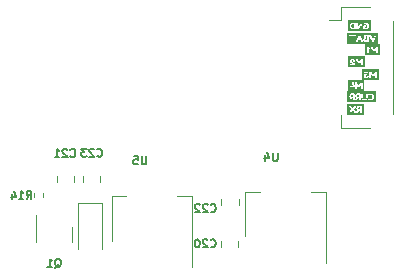
<source format=gbr>
%TF.GenerationSoftware,KiCad,Pcbnew,6.0.11-2627ca5db0~126~ubuntu22.04.1*%
%TF.CreationDate,2023-03-08T23:59:17+01:00*%
%TF.ProjectId,asac-fc-rev-a,61736163-2d66-4632-9d72-65762d612e6b,A*%
%TF.SameCoordinates,Original*%
%TF.FileFunction,Legend,Bot*%
%TF.FilePolarity,Positive*%
%FSLAX46Y46*%
G04 Gerber Fmt 4.6, Leading zero omitted, Abs format (unit mm)*
G04 Created by KiCad (PCBNEW 6.0.11-2627ca5db0~126~ubuntu22.04.1) date 2023-03-08 23:59:17*
%MOMM*%
%LPD*%
G01*
G04 APERTURE LIST*
%ADD10C,0.150000*%
%ADD11C,0.120000*%
G04 APERTURE END LIST*
D10*
%TO.C,U4*%
X131533333Y-124736666D02*
X131533333Y-125303333D01*
X131500000Y-125370000D01*
X131466666Y-125403333D01*
X131400000Y-125436666D01*
X131266666Y-125436666D01*
X131200000Y-125403333D01*
X131166666Y-125370000D01*
X131133333Y-125303333D01*
X131133333Y-124736666D01*
X130500000Y-124970000D02*
X130500000Y-125436666D01*
X130666666Y-124703333D02*
X130833333Y-125203333D01*
X130400000Y-125203333D01*
%TO.C,C22*%
X125865000Y-129720000D02*
X125898333Y-129753333D01*
X125998333Y-129786666D01*
X126065000Y-129786666D01*
X126165000Y-129753333D01*
X126231666Y-129686666D01*
X126265000Y-129620000D01*
X126298333Y-129486666D01*
X126298333Y-129386666D01*
X126265000Y-129253333D01*
X126231666Y-129186666D01*
X126165000Y-129120000D01*
X126065000Y-129086666D01*
X125998333Y-129086666D01*
X125898333Y-129120000D01*
X125865000Y-129153333D01*
X125598333Y-129153333D02*
X125565000Y-129120000D01*
X125498333Y-129086666D01*
X125331666Y-129086666D01*
X125265000Y-129120000D01*
X125231666Y-129153333D01*
X125198333Y-129220000D01*
X125198333Y-129286666D01*
X125231666Y-129386666D01*
X125631666Y-129786666D01*
X125198333Y-129786666D01*
X124931666Y-129153333D02*
X124898333Y-129120000D01*
X124831666Y-129086666D01*
X124665000Y-129086666D01*
X124598333Y-129120000D01*
X124565000Y-129153333D01*
X124531666Y-129220000D01*
X124531666Y-129286666D01*
X124565000Y-129386666D01*
X124965000Y-129786666D01*
X124531666Y-129786666D01*
%TO.C,C20*%
X125850000Y-132690000D02*
X125883333Y-132723333D01*
X125983333Y-132756666D01*
X126050000Y-132756666D01*
X126150000Y-132723333D01*
X126216666Y-132656666D01*
X126250000Y-132590000D01*
X126283333Y-132456666D01*
X126283333Y-132356666D01*
X126250000Y-132223333D01*
X126216666Y-132156666D01*
X126150000Y-132090000D01*
X126050000Y-132056666D01*
X125983333Y-132056666D01*
X125883333Y-132090000D01*
X125850000Y-132123333D01*
X125583333Y-132123333D02*
X125550000Y-132090000D01*
X125483333Y-132056666D01*
X125316666Y-132056666D01*
X125250000Y-132090000D01*
X125216666Y-132123333D01*
X125183333Y-132190000D01*
X125183333Y-132256666D01*
X125216666Y-132356666D01*
X125616666Y-132756666D01*
X125183333Y-132756666D01*
X124750000Y-132056666D02*
X124683333Y-132056666D01*
X124616666Y-132090000D01*
X124583333Y-132123333D01*
X124550000Y-132190000D01*
X124516666Y-132323333D01*
X124516666Y-132490000D01*
X124550000Y-132623333D01*
X124583333Y-132690000D01*
X124616666Y-132723333D01*
X124683333Y-132756666D01*
X124750000Y-132756666D01*
X124816666Y-132723333D01*
X124850000Y-132690000D01*
X124883333Y-132623333D01*
X124916666Y-132490000D01*
X124916666Y-132323333D01*
X124883333Y-132190000D01*
X124850000Y-132123333D01*
X124816666Y-132090000D01*
X124750000Y-132056666D01*
%TO.C,C21*%
X113980000Y-125060000D02*
X114013333Y-125093333D01*
X114113333Y-125126666D01*
X114180000Y-125126666D01*
X114280000Y-125093333D01*
X114346666Y-125026666D01*
X114380000Y-124960000D01*
X114413333Y-124826666D01*
X114413333Y-124726666D01*
X114380000Y-124593333D01*
X114346666Y-124526666D01*
X114280000Y-124460000D01*
X114180000Y-124426666D01*
X114113333Y-124426666D01*
X114013333Y-124460000D01*
X113980000Y-124493333D01*
X113713333Y-124493333D02*
X113680000Y-124460000D01*
X113613333Y-124426666D01*
X113446666Y-124426666D01*
X113380000Y-124460000D01*
X113346666Y-124493333D01*
X113313333Y-124560000D01*
X113313333Y-124626666D01*
X113346666Y-124726666D01*
X113746666Y-125126666D01*
X113313333Y-125126666D01*
X112646666Y-125126666D02*
X113046666Y-125126666D01*
X112846666Y-125126666D02*
X112846666Y-124426666D01*
X112913333Y-124526666D01*
X112980000Y-124593333D01*
X113046666Y-124626666D01*
%TO.C,U5*%
X120413333Y-125036666D02*
X120413333Y-125603333D01*
X120380000Y-125670000D01*
X120346666Y-125703333D01*
X120280000Y-125736666D01*
X120146666Y-125736666D01*
X120080000Y-125703333D01*
X120046666Y-125670000D01*
X120013333Y-125603333D01*
X120013333Y-125036666D01*
X119346666Y-125036666D02*
X119680000Y-125036666D01*
X119713333Y-125370000D01*
X119680000Y-125336666D01*
X119613333Y-125303333D01*
X119446666Y-125303333D01*
X119380000Y-125336666D01*
X119346666Y-125370000D01*
X119313333Y-125436666D01*
X119313333Y-125603333D01*
X119346666Y-125670000D01*
X119380000Y-125703333D01*
X119446666Y-125736666D01*
X119613333Y-125736666D01*
X119680000Y-125703333D01*
X119713333Y-125670000D01*
%TO.C,C23*%
X116250000Y-125020000D02*
X116283333Y-125053333D01*
X116383333Y-125086666D01*
X116450000Y-125086666D01*
X116550000Y-125053333D01*
X116616666Y-124986666D01*
X116650000Y-124920000D01*
X116683333Y-124786666D01*
X116683333Y-124686666D01*
X116650000Y-124553333D01*
X116616666Y-124486666D01*
X116550000Y-124420000D01*
X116450000Y-124386666D01*
X116383333Y-124386666D01*
X116283333Y-124420000D01*
X116250000Y-124453333D01*
X115983333Y-124453333D02*
X115950000Y-124420000D01*
X115883333Y-124386666D01*
X115716666Y-124386666D01*
X115650000Y-124420000D01*
X115616666Y-124453333D01*
X115583333Y-124520000D01*
X115583333Y-124586666D01*
X115616666Y-124686666D01*
X116016666Y-125086666D01*
X115583333Y-125086666D01*
X115350000Y-124386666D02*
X114916666Y-124386666D01*
X115150000Y-124653333D01*
X115050000Y-124653333D01*
X114983333Y-124686666D01*
X114950000Y-124720000D01*
X114916666Y-124786666D01*
X114916666Y-124953333D01*
X114950000Y-125020000D01*
X114983333Y-125053333D01*
X115050000Y-125086666D01*
X115250000Y-125086666D01*
X115316666Y-125053333D01*
X115350000Y-125020000D01*
%TO.C,R14*%
X110280000Y-128686666D02*
X110513333Y-128353333D01*
X110680000Y-128686666D02*
X110680000Y-127986666D01*
X110413333Y-127986666D01*
X110346666Y-128020000D01*
X110313333Y-128053333D01*
X110280000Y-128120000D01*
X110280000Y-128220000D01*
X110313333Y-128286666D01*
X110346666Y-128320000D01*
X110413333Y-128353333D01*
X110680000Y-128353333D01*
X109613333Y-128686666D02*
X110013333Y-128686666D01*
X109813333Y-128686666D02*
X109813333Y-127986666D01*
X109880000Y-128086666D01*
X109946666Y-128153333D01*
X110013333Y-128186666D01*
X109013333Y-128220000D02*
X109013333Y-128686666D01*
X109180000Y-127953333D02*
X109346666Y-128453333D01*
X108913333Y-128453333D01*
%TO.C,Q1*%
X112656666Y-134463333D02*
X112723333Y-134430000D01*
X112790000Y-134363333D01*
X112890000Y-134263333D01*
X112956666Y-134230000D01*
X113023333Y-134230000D01*
X112990000Y-134396666D02*
X113056666Y-134363333D01*
X113123333Y-134296666D01*
X113156666Y-134163333D01*
X113156666Y-133930000D01*
X113123333Y-133796666D01*
X113056666Y-133730000D01*
X112990000Y-133696666D01*
X112856666Y-133696666D01*
X112790000Y-133730000D01*
X112723333Y-133796666D01*
X112690000Y-133930000D01*
X112690000Y-134163333D01*
X112723333Y-134296666D01*
X112790000Y-134363333D01*
X112856666Y-134396666D01*
X112990000Y-134396666D01*
X112023333Y-134396666D02*
X112423333Y-134396666D01*
X112223333Y-134396666D02*
X112223333Y-133696666D01*
X112290000Y-133796666D01*
X112356666Y-133863333D01*
X112423333Y-133896666D01*
%TO.C,kibuzzard-64090F9C*%
G36*
X137431951Y-120582217D02*
G01*
X138808049Y-120582217D01*
X138808049Y-121517783D01*
X137431951Y-121517783D01*
X137431951Y-121276219D01*
X137597316Y-121276219D01*
X137627875Y-121324638D01*
X137679469Y-121352419D01*
X137728284Y-121320669D01*
X137879097Y-121147631D01*
X138029909Y-121320669D01*
X138078725Y-121352419D01*
X138130319Y-121324241D01*
X138154417Y-121287331D01*
X138185484Y-121287331D01*
X138197787Y-121315113D01*
X138234697Y-121338131D01*
X138275575Y-121349244D01*
X138300975Y-121341703D01*
X138315659Y-121326225D01*
X138326066Y-121303559D01*
X138346704Y-121255669D01*
X138377572Y-121182556D01*
X138402178Y-121184144D01*
X138502191Y-121184144D01*
X138502191Y-121273838D01*
X138503381Y-121301222D01*
X138510922Y-121322256D01*
X138531956Y-121338330D01*
X138572834Y-121343688D01*
X138616888Y-121336345D01*
X138637922Y-121314319D01*
X138642684Y-121273044D01*
X138642684Y-120832513D01*
X138641494Y-120805128D01*
X138633953Y-120784094D01*
X138612919Y-120768020D01*
X138572041Y-120762663D01*
X138400591Y-120762663D01*
X138354465Y-120768307D01*
X138309221Y-120785240D01*
X138264859Y-120813463D01*
X138235887Y-120842434D01*
X138212472Y-120880138D01*
X138196994Y-120924588D01*
X138191834Y-120973800D01*
X138198449Y-121030068D01*
X138218293Y-121079281D01*
X138251366Y-121121438D01*
X138237607Y-121153981D01*
X138219616Y-121195521D01*
X138197391Y-121246056D01*
X138185484Y-121287331D01*
X138154417Y-121287331D01*
X138161672Y-121276219D01*
X138133891Y-121225419D01*
X137974347Y-121050000D01*
X138133891Y-120874581D01*
X138161672Y-120824575D01*
X138130716Y-120775759D01*
X138078725Y-120747581D01*
X138029909Y-120779331D01*
X137879097Y-120952369D01*
X137728284Y-120779331D01*
X137679469Y-120747581D01*
X137628272Y-120775362D01*
X137597316Y-120824575D01*
X137624303Y-120874581D01*
X137783847Y-121050000D01*
X137624303Y-121225419D01*
X137597316Y-121276219D01*
X137431951Y-121276219D01*
X137431951Y-120582217D01*
G37*
G36*
X138502191Y-121043650D02*
G01*
X138400591Y-121043650D01*
X138354553Y-121026188D01*
X138331534Y-120973800D01*
X138354553Y-120921016D01*
X138402178Y-120903156D01*
X138502191Y-120903156D01*
X138502191Y-121043650D01*
G37*
%TO.C,kibuzzard-64090F95*%
G36*
X137442045Y-119546185D02*
G01*
X139857955Y-119546185D01*
X139857955Y-120473815D01*
X137442045Y-120473815D01*
X137442045Y-120241775D01*
X137607409Y-120241775D01*
X137619713Y-120269556D01*
X137656622Y-120292575D01*
X137697500Y-120303688D01*
X137722900Y-120296147D01*
X137737584Y-120280669D01*
X137747991Y-120258003D01*
X137768629Y-120210113D01*
X137799497Y-120137000D01*
X137824103Y-120138588D01*
X137924116Y-120138588D01*
X137924116Y-120228281D01*
X137925306Y-120255666D01*
X137932847Y-120276700D01*
X137953881Y-120292773D01*
X137994759Y-120298131D01*
X138038813Y-120290789D01*
X138059847Y-120268763D01*
X138062961Y-120241775D01*
X138108266Y-120241775D01*
X138120569Y-120269556D01*
X138157478Y-120292575D01*
X138198356Y-120303688D01*
X138223756Y-120296147D01*
X138238441Y-120280669D01*
X138248848Y-120258003D01*
X138269485Y-120210113D01*
X138300353Y-120137000D01*
X138324959Y-120138588D01*
X138424972Y-120138588D01*
X138424972Y-120228281D01*
X138426163Y-120255666D01*
X138433703Y-120276700D01*
X138454737Y-120292773D01*
X138495616Y-120298131D01*
X138539669Y-120290789D01*
X138560703Y-120268763D01*
X138565466Y-120227488D01*
X138565466Y-120027463D01*
X138628966Y-120027463D01*
X138633034Y-120078659D01*
X138645238Y-120127475D01*
X138665577Y-120173909D01*
X138694053Y-120217963D01*
X138730367Y-120254574D01*
X138775809Y-120283447D01*
X138828495Y-120302199D01*
X138886538Y-120308450D01*
X138944481Y-120302100D01*
X138996869Y-120283050D01*
X139041815Y-120253681D01*
X139077434Y-120216375D01*
X139105563Y-120172917D01*
X139125655Y-120126681D01*
X139137710Y-120077667D01*
X139141728Y-120025875D01*
X139141728Y-119809578D01*
X139193322Y-119809578D01*
X139209991Y-119853631D01*
X139239359Y-119885778D01*
X139265553Y-119896494D01*
X139306034Y-119879031D01*
X139344928Y-119858791D01*
X139394934Y-119852044D01*
X139446131Y-119860973D01*
X139496534Y-119887762D01*
X139536222Y-119936975D01*
X139548128Y-119970809D01*
X139552097Y-120008809D01*
X139548128Y-120046810D01*
X139536222Y-120080644D01*
X139495741Y-120130650D01*
X139446330Y-120156844D01*
X139394934Y-120165575D01*
X139348500Y-120159225D01*
X139317147Y-120146525D01*
X139302859Y-120136206D01*
X139264759Y-120120331D01*
X139239161Y-120131444D01*
X139211578Y-120164781D01*
X139194116Y-120209231D01*
X139204831Y-120237013D01*
X139229834Y-120256856D01*
X139257219Y-120273525D01*
X139310797Y-120294163D01*
X139350584Y-120303688D01*
X139388981Y-120306863D01*
X139426883Y-120304382D01*
X139465181Y-120296941D01*
X139504273Y-120283645D01*
X139544556Y-120263603D01*
X139583351Y-120237608D01*
X139617978Y-120206453D01*
X139647645Y-120167956D01*
X139671556Y-120119934D01*
X139687332Y-120064868D01*
X139692591Y-120005237D01*
X139687431Y-119946202D01*
X139671953Y-119892922D01*
X139648438Y-119846884D01*
X139619169Y-119809578D01*
X139584740Y-119779316D01*
X139545747Y-119754413D01*
X139493800Y-119730600D01*
X139441677Y-119716312D01*
X139389378Y-119711550D01*
X139351774Y-119714427D01*
X139313575Y-119723059D01*
X139255234Y-119746475D01*
X139236184Y-119757587D01*
X139213959Y-119771875D01*
X139193322Y-119809578D01*
X139141728Y-119809578D01*
X139141728Y-119786956D01*
X139140538Y-119758778D01*
X139132997Y-119737744D01*
X139111566Y-119721075D01*
X139071084Y-119716312D01*
X139030603Y-119721075D01*
X139009966Y-119737744D01*
X139000441Y-119787750D01*
X139000441Y-120025875D01*
X138994488Y-120073103D01*
X138976628Y-120117950D01*
X138940909Y-120153669D01*
X138884553Y-120167162D01*
X138833952Y-120156447D01*
X138798034Y-120124300D01*
X138776603Y-120078064D01*
X138769459Y-120025081D01*
X138769459Y-119782194D01*
X138761522Y-119738538D01*
X138738503Y-119721075D01*
X138700800Y-119716312D01*
X138664684Y-119720281D01*
X138644047Y-119729806D01*
X138633728Y-119746475D01*
X138628966Y-119787750D01*
X138628966Y-120027463D01*
X138565466Y-120027463D01*
X138565466Y-119786956D01*
X138564275Y-119759572D01*
X138556734Y-119738538D01*
X138535700Y-119722464D01*
X138494822Y-119717106D01*
X138323372Y-119717106D01*
X138277246Y-119722751D01*
X138232002Y-119739684D01*
X138187641Y-119767906D01*
X138158669Y-119796878D01*
X138135253Y-119834581D01*
X138119775Y-119879031D01*
X138114616Y-119928244D01*
X138121230Y-119984512D01*
X138141074Y-120033724D01*
X138174147Y-120075881D01*
X138160389Y-120108425D01*
X138142397Y-120149965D01*
X138120172Y-120200500D01*
X138108266Y-120241775D01*
X138062961Y-120241775D01*
X138064609Y-120227488D01*
X138064609Y-119786956D01*
X138063419Y-119759572D01*
X138055878Y-119738538D01*
X138034844Y-119722464D01*
X137993966Y-119717106D01*
X137822516Y-119717106D01*
X137776390Y-119722751D01*
X137731146Y-119739684D01*
X137686784Y-119767906D01*
X137657813Y-119796878D01*
X137634397Y-119834581D01*
X137618919Y-119879031D01*
X137613759Y-119928244D01*
X137620374Y-119984512D01*
X137640218Y-120033724D01*
X137673291Y-120075881D01*
X137659532Y-120108425D01*
X137641541Y-120149965D01*
X137619316Y-120200500D01*
X137607409Y-120241775D01*
X137442045Y-120241775D01*
X137442045Y-119546185D01*
G37*
G36*
X138424972Y-119998094D02*
G01*
X138323372Y-119998094D01*
X138277334Y-119980631D01*
X138254316Y-119928244D01*
X138277334Y-119875459D01*
X138324959Y-119857600D01*
X138424972Y-119857600D01*
X138424972Y-119998094D01*
G37*
G36*
X137924116Y-119998094D02*
G01*
X137822516Y-119998094D01*
X137776478Y-119980631D01*
X137753459Y-119928244D01*
X137776478Y-119875459D01*
X137824103Y-119857600D01*
X137924116Y-119857600D01*
X137924116Y-119998094D01*
G37*
%TO.C,kibuzzard-64090F8F*%
G36*
X137456154Y-118602535D02*
G01*
X138883846Y-118602535D01*
X138883846Y-119517465D01*
X137456154Y-119517465D01*
X137456154Y-119282250D01*
X137621519Y-119282250D01*
X137629059Y-119327891D01*
X137652078Y-119347338D01*
X137690575Y-119352100D01*
X137727087Y-119348131D01*
X137747725Y-119338606D01*
X137758044Y-119322731D01*
X137762623Y-119283044D01*
X138091419Y-119283044D01*
X138098959Y-119326502D01*
X138121581Y-119347338D01*
X138159681Y-119352100D01*
X138196194Y-119348131D01*
X138216831Y-119338606D01*
X138227944Y-119322731D01*
X138231912Y-119281456D01*
X138231912Y-119015550D01*
X138256320Y-119047399D01*
X138289856Y-119093734D01*
X138321011Y-119137291D01*
X138338275Y-119160806D01*
X138352563Y-119179459D01*
X138372009Y-119193747D01*
X138405347Y-119202875D01*
X138437891Y-119194541D01*
X138458925Y-119178269D01*
X138465275Y-119169537D01*
X138488889Y-119138482D01*
X138527981Y-119085003D01*
X138564097Y-119035295D01*
X138578781Y-119015550D01*
X138578781Y-119283044D01*
X138579972Y-119310428D01*
X138587513Y-119330669D01*
X138608944Y-119346742D01*
X138649425Y-119352100D01*
X138688716Y-119346742D01*
X138709750Y-119330669D01*
X138717291Y-119310031D01*
X138718481Y-119281456D01*
X138718481Y-118840925D01*
X138717291Y-118813541D01*
X138709750Y-118792506D01*
X138688319Y-118777028D01*
X138647838Y-118771869D01*
X138610928Y-118777028D01*
X138590688Y-118787744D01*
X138585925Y-118792506D01*
X138405744Y-119029044D01*
X138355356Y-118962464D01*
X138312145Y-118905600D01*
X138276109Y-118858451D01*
X138247248Y-118821018D01*
X138225562Y-118793300D01*
X138202841Y-118777227D01*
X138161666Y-118771869D01*
X138121085Y-118777227D01*
X138100150Y-118793300D01*
X138092609Y-118814731D01*
X138091419Y-118842512D01*
X138091419Y-119283044D01*
X137762623Y-119283044D01*
X137762806Y-119281456D01*
X137762806Y-119184619D01*
X137977912Y-119184619D01*
X138022164Y-119177078D01*
X138043794Y-119154456D01*
X138047763Y-119120325D01*
X138045381Y-119088575D01*
X137979500Y-118822669D01*
X137971166Y-118794887D01*
X137956878Y-118776631D01*
X137929494Y-118767900D01*
X137892981Y-118773456D01*
X137851309Y-118793697D01*
X137837419Y-118824256D01*
X137842975Y-118857594D01*
X137843769Y-118859975D01*
X137892188Y-119053650D01*
X137762806Y-119053650D01*
X137762806Y-118836956D01*
X137761616Y-118809969D01*
X137754075Y-118790125D01*
X137732247Y-118774647D01*
X137691766Y-118770281D01*
X137651681Y-118775441D01*
X137630250Y-118792109D01*
X137622709Y-118813144D01*
X137621519Y-118840925D01*
X137621519Y-119282250D01*
X137456154Y-119282250D01*
X137456154Y-118602535D01*
G37*
%TO.C,kibuzzard-64090F8A*%
G36*
X138643851Y-117674201D02*
G01*
X140096149Y-117674201D01*
X140096149Y-118605799D01*
X138643851Y-118605799D01*
X138643851Y-118245172D01*
X138809216Y-118245172D01*
X138816271Y-118298485D01*
X138837438Y-118345184D01*
X138872716Y-118385269D01*
X138918665Y-118415916D01*
X138971846Y-118434305D01*
X139032259Y-118440434D01*
X139092232Y-118434261D01*
X139145148Y-118415740D01*
X139191009Y-118384872D01*
X139213253Y-118360266D01*
X139303722Y-118360266D01*
X139311263Y-118403723D01*
X139333884Y-118424559D01*
X139371984Y-118429322D01*
X139408497Y-118425353D01*
X139429134Y-118415828D01*
X139440247Y-118399953D01*
X139444216Y-118358678D01*
X139444216Y-118092772D01*
X139468623Y-118124621D01*
X139502159Y-118170956D01*
X139533314Y-118214513D01*
X139550578Y-118238028D01*
X139564866Y-118256681D01*
X139584313Y-118270969D01*
X139617650Y-118280097D01*
X139650194Y-118271763D01*
X139671228Y-118255491D01*
X139677578Y-118246759D01*
X139701192Y-118215704D01*
X139740284Y-118162225D01*
X139776400Y-118112516D01*
X139791084Y-118092772D01*
X139791084Y-118360266D01*
X139792275Y-118387650D01*
X139799816Y-118407891D01*
X139821247Y-118423964D01*
X139861728Y-118429322D01*
X139901019Y-118423964D01*
X139922053Y-118407891D01*
X139929594Y-118387253D01*
X139930784Y-118358678D01*
X139930784Y-117918147D01*
X139929594Y-117890762D01*
X139922053Y-117869728D01*
X139900622Y-117854250D01*
X139860141Y-117849091D01*
X139823231Y-117854250D01*
X139802991Y-117864966D01*
X139798228Y-117869728D01*
X139618047Y-118106266D01*
X139567660Y-118039686D01*
X139524448Y-117982822D01*
X139488412Y-117935673D01*
X139459551Y-117898240D01*
X139437866Y-117870522D01*
X139415145Y-117854448D01*
X139373969Y-117849091D01*
X139333388Y-117854448D01*
X139312453Y-117870522D01*
X139304912Y-117891953D01*
X139303722Y-117919734D01*
X139303722Y-118360266D01*
X139213253Y-118360266D01*
X139213433Y-118360067D01*
X139233078Y-118328516D01*
X139241809Y-118307878D01*
X139243397Y-118299941D01*
X139252128Y-118257078D01*
X139232681Y-118222550D01*
X139174341Y-118211041D01*
X139132272Y-118218978D01*
X139108459Y-118260253D01*
X139064803Y-118298353D01*
X139031466Y-118303116D01*
X138994953Y-118298849D01*
X138969553Y-118286050D01*
X138949709Y-118247553D01*
X138969156Y-118209850D01*
X139015194Y-118193578D01*
X139051309Y-118191991D01*
X139071947Y-118184053D01*
X139088020Y-118163614D01*
X139093378Y-118122934D01*
X139086036Y-118078683D01*
X139064009Y-118057053D01*
X139022734Y-118053084D01*
X138977491Y-118045345D01*
X138962409Y-118022128D01*
X138978284Y-117990378D01*
X139022338Y-117975297D01*
X139067184Y-117984822D01*
X139087822Y-118003872D01*
X139092584Y-118013397D01*
X139114809Y-118043163D01*
X139144972Y-118053084D01*
X139188628Y-118038797D01*
X139218394Y-118013992D01*
X139228316Y-117985616D01*
X139210059Y-117931641D01*
X139192597Y-117906637D01*
X139159656Y-117875284D01*
X139107269Y-117850678D01*
X139071649Y-117842344D01*
X139032259Y-117839566D01*
X138971758Y-117845739D01*
X138920429Y-117864260D01*
X138878272Y-117895128D01*
X138846963Y-117933713D01*
X138828177Y-117975385D01*
X138821916Y-118020144D01*
X138828795Y-118062168D01*
X138849432Y-118095638D01*
X138883828Y-118120553D01*
X138883828Y-118126109D01*
X138860412Y-118143175D01*
X138835409Y-118168972D01*
X138815764Y-118204691D01*
X138809216Y-118245172D01*
X138643851Y-118245172D01*
X138643851Y-117674201D01*
G37*
%TO.C,kibuzzard-64090F7E*%
G36*
X137459485Y-116578567D02*
G01*
X138920515Y-116578567D01*
X138920515Y-117501433D01*
X137459485Y-117501433D01*
X137459485Y-117265822D01*
X137624850Y-117265822D01*
X137630009Y-117305906D01*
X137647075Y-117326544D01*
X137696287Y-117336069D01*
X138006644Y-117336069D01*
X138055856Y-117314638D01*
X138076494Y-117264631D01*
X138128087Y-117264631D01*
X138135628Y-117308089D01*
X138158250Y-117328925D01*
X138196350Y-117333688D01*
X138232862Y-117329719D01*
X138253500Y-117320194D01*
X138264612Y-117304319D01*
X138268581Y-117263044D01*
X138268581Y-116997138D01*
X138292989Y-117028987D01*
X138326525Y-117075322D01*
X138357680Y-117118879D01*
X138374944Y-117142394D01*
X138389231Y-117161047D01*
X138408678Y-117175334D01*
X138442016Y-117184463D01*
X138474559Y-117176128D01*
X138495594Y-117159856D01*
X138501944Y-117151125D01*
X138525558Y-117120070D01*
X138564650Y-117066591D01*
X138600766Y-117016882D01*
X138615450Y-116997138D01*
X138615450Y-117264631D01*
X138616641Y-117292016D01*
X138624181Y-117312256D01*
X138645612Y-117328330D01*
X138686094Y-117333688D01*
X138725384Y-117328330D01*
X138746419Y-117312256D01*
X138753959Y-117291619D01*
X138755150Y-117263044D01*
X138755150Y-116822513D01*
X138753959Y-116795128D01*
X138746419Y-116774094D01*
X138724988Y-116758616D01*
X138684506Y-116753456D01*
X138647597Y-116758616D01*
X138627356Y-116769331D01*
X138622594Y-116774094D01*
X138442412Y-117010631D01*
X138392025Y-116944052D01*
X138348813Y-116887187D01*
X138312777Y-116840039D01*
X138283916Y-116802605D01*
X138262231Y-116774887D01*
X138239510Y-116758814D01*
X138198334Y-116753456D01*
X138157754Y-116758814D01*
X138136819Y-116774887D01*
X138129278Y-116796319D01*
X138128087Y-116824100D01*
X138128087Y-117264631D01*
X138076494Y-117264631D01*
X138069052Y-117223455D01*
X138046728Y-117185653D01*
X138013887Y-117152117D01*
X137974894Y-117123741D01*
X137932825Y-117098142D01*
X137890756Y-117072941D01*
X137851763Y-117046251D01*
X137818922Y-117016188D01*
X137796598Y-116983445D01*
X137789156Y-116948719D01*
X137794712Y-116928478D01*
X137807016Y-116907047D01*
X137828050Y-116891569D01*
X137867737Y-116884425D01*
X137911791Y-116903078D01*
X137932825Y-116939988D01*
X137936000Y-116958244D01*
X137936000Y-116963006D01*
X137937191Y-116989200D01*
X137944731Y-117009044D01*
X137966162Y-117023331D01*
X138006644Y-117028094D01*
X138050895Y-117020553D01*
X138072525Y-116997931D01*
X138076494Y-116957450D01*
X138069923Y-116904313D01*
X138050212Y-116854968D01*
X138017359Y-116809416D01*
X137973880Y-116773035D01*
X137922286Y-116751207D01*
X137862578Y-116743931D01*
X137802826Y-116751295D01*
X137751100Y-116773388D01*
X137707400Y-116810209D01*
X137674327Y-116856467D01*
X137654483Y-116906870D01*
X137647869Y-116961419D01*
X137652830Y-117005472D01*
X137667712Y-117047144D01*
X137689541Y-117083656D01*
X137715337Y-117112231D01*
X137770900Y-117156086D01*
X137820112Y-117182875D01*
X137839956Y-117190813D01*
X137839956Y-117194781D01*
X137694700Y-117194781D01*
X137648266Y-117202322D01*
X137629613Y-117225341D01*
X137624850Y-117265822D01*
X137459485Y-117265822D01*
X137459485Y-116578567D01*
G37*
%TO.C,kibuzzard-64090F74*%
G36*
X138919576Y-115572535D02*
G01*
X140200424Y-115572535D01*
X140200424Y-116487465D01*
X138919576Y-116487465D01*
X138919576Y-116252250D01*
X139084941Y-116252250D01*
X139086131Y-116279634D01*
X139093672Y-116300669D01*
X139114706Y-116316742D01*
X139155584Y-116322100D01*
X139195470Y-116316941D01*
X139216703Y-116301463D01*
X139224244Y-116279634D01*
X139225434Y-116250662D01*
X139407997Y-116250662D01*
X139415538Y-116294120D01*
X139438159Y-116314956D01*
X139476259Y-116319719D01*
X139512772Y-116315750D01*
X139533409Y-116306225D01*
X139544522Y-116290350D01*
X139548491Y-116249075D01*
X139548491Y-115983169D01*
X139572898Y-116015018D01*
X139606434Y-116061353D01*
X139637589Y-116104910D01*
X139654853Y-116128425D01*
X139669141Y-116147078D01*
X139688588Y-116161366D01*
X139721925Y-116170494D01*
X139754469Y-116162159D01*
X139775503Y-116145887D01*
X139781853Y-116137156D01*
X139805467Y-116106101D01*
X139844559Y-116052622D01*
X139880675Y-116002913D01*
X139895359Y-115983169D01*
X139895359Y-116250662D01*
X139896550Y-116278047D01*
X139904091Y-116298288D01*
X139925522Y-116314361D01*
X139966003Y-116319719D01*
X140005294Y-116314361D01*
X140026328Y-116298288D01*
X140033869Y-116277650D01*
X140035059Y-116249075D01*
X140035059Y-115808544D01*
X140033869Y-115781159D01*
X140026328Y-115760125D01*
X140004897Y-115744647D01*
X139964416Y-115739487D01*
X139927506Y-115744647D01*
X139907266Y-115755362D01*
X139902503Y-115760125D01*
X139722322Y-115996663D01*
X139671935Y-115930083D01*
X139628723Y-115873218D01*
X139592687Y-115826070D01*
X139563826Y-115788636D01*
X139542141Y-115760919D01*
X139519420Y-115744845D01*
X139478244Y-115739487D01*
X139437663Y-115744845D01*
X139416728Y-115760919D01*
X139409188Y-115782350D01*
X139407997Y-115810131D01*
X139407997Y-116250662D01*
X139225434Y-116250662D01*
X139225434Y-115967294D01*
X139235753Y-115976819D01*
X139291316Y-116001425D01*
X139339338Y-115973644D01*
X139364341Y-115924431D01*
X139335766Y-115877600D01*
X139205591Y-115760125D01*
X139203209Y-115758537D01*
X139158363Y-115737900D01*
X139120659Y-115741869D01*
X139100022Y-115750997D01*
X139088909Y-115768062D01*
X139084941Y-115810131D01*
X139084941Y-116252250D01*
X138919576Y-116252250D01*
X138919576Y-115572535D01*
G37*
%TO.C,kibuzzard-64090F66*%
G36*
X137425682Y-114587376D02*
G01*
X140054318Y-114587376D01*
X140054318Y-115512624D01*
X137425682Y-115512624D01*
X137425682Y-114814653D01*
X137591047Y-114814653D01*
X137595016Y-114847594D01*
X137608509Y-114864659D01*
X137648991Y-114871803D01*
X137800597Y-114871803D01*
X137800597Y-115271059D01*
X137801788Y-115298047D01*
X137808931Y-115318288D01*
X137829966Y-115334559D01*
X137869653Y-115339322D01*
X137908944Y-115334559D01*
X137929581Y-115318288D01*
X137936725Y-115297650D01*
X137937398Y-115282172D01*
X138171278Y-115282172D01*
X138182788Y-115309358D01*
X138217316Y-115333766D01*
X138259781Y-115347259D01*
X138285181Y-115340116D01*
X138299469Y-115325034D01*
X138311772Y-115301222D01*
X138353047Y-115215497D01*
X138572916Y-115215497D01*
X138614191Y-115301222D01*
X138626494Y-115324241D01*
X138640781Y-115338925D01*
X138666181Y-115346466D01*
X138708647Y-115332972D01*
X138743175Y-115309159D01*
X138754684Y-115282172D01*
X138741191Y-115241691D01*
X138697868Y-115151997D01*
X138786434Y-115151997D01*
X138793181Y-115202047D01*
X138811305Y-115246365D01*
X138840806Y-115284950D01*
X138878509Y-115314716D01*
X138921240Y-115332575D01*
X138968997Y-115338528D01*
X139177753Y-115338528D01*
X139221806Y-115330987D01*
X139242841Y-115308366D01*
X139247603Y-115267091D01*
X139247603Y-114826559D01*
X139247195Y-114817034D01*
X139291259Y-114817034D01*
X139303166Y-114855134D01*
X139522241Y-115299634D01*
X139548831Y-115327813D01*
X139585741Y-115338528D01*
X139593678Y-115338528D01*
X139631381Y-115327813D01*
X139657972Y-115299634D01*
X139877047Y-114855134D01*
X139888953Y-114817034D01*
X139877245Y-114790444D01*
X139842122Y-114766234D01*
X139802038Y-114752741D01*
X139781003Y-114755916D01*
X139767509Y-114767028D01*
X139754412Y-114788063D01*
X139743796Y-114810287D01*
X139723853Y-114853944D01*
X139698354Y-114910002D01*
X139671069Y-114969434D01*
X139643684Y-115028866D01*
X139617888Y-115084925D01*
X139598341Y-115127291D01*
X139589709Y-115145647D01*
X139430959Y-114797984D01*
X139419847Y-114774172D01*
X139384922Y-114752741D01*
X139338091Y-114766234D01*
X139302967Y-114790444D01*
X139291259Y-114817034D01*
X139247195Y-114817034D01*
X139246413Y-114798778D01*
X139238872Y-114778141D01*
X139217838Y-114762067D01*
X139176959Y-114756709D01*
X138976934Y-114756709D01*
X138930897Y-114762354D01*
X138890151Y-114779287D01*
X138854697Y-114807509D01*
X138826034Y-114844198D01*
X138808836Y-114885473D01*
X138803103Y-114931334D01*
X138810644Y-114981539D01*
X138833266Y-115027378D01*
X138807248Y-115065919D01*
X138791638Y-115107459D01*
X138786434Y-115151997D01*
X138697868Y-115151997D01*
X138526878Y-114797984D01*
X138500288Y-114768616D01*
X138462584Y-114757503D01*
X138425278Y-114767822D01*
X138399084Y-114798778D01*
X138184772Y-115241691D01*
X138171278Y-115282172D01*
X137937398Y-115282172D01*
X137937916Y-115270266D01*
X137937916Y-114871803D01*
X138090316Y-114871803D01*
X138127622Y-114865850D01*
X138143497Y-114847197D01*
X138147466Y-114813859D01*
X138143497Y-114780919D01*
X138130003Y-114763853D01*
X138089522Y-114756709D01*
X137648197Y-114756709D01*
X137610891Y-114762663D01*
X137595016Y-114781316D01*
X137591047Y-114814653D01*
X137425682Y-114814653D01*
X137425682Y-114587376D01*
G37*
G36*
X139107109Y-115198034D02*
G01*
X138976934Y-115198034D01*
X138939430Y-115184541D01*
X138926928Y-115144059D01*
X138931294Y-115113897D01*
X138945978Y-115098022D01*
X138990428Y-115091672D01*
X139033291Y-115080559D01*
X139047578Y-115034919D01*
X139032894Y-114989278D01*
X138984078Y-114978166D01*
X138945978Y-114961497D01*
X138943597Y-114932922D01*
X138956694Y-114905141D01*
X138995984Y-114897203D01*
X139107109Y-114897203D01*
X139107109Y-115198034D01*
G37*
G36*
X138515766Y-115098022D02*
G01*
X138410197Y-115098022D01*
X138463378Y-114989278D01*
X138515766Y-115098022D01*
G37*
%TO.C,kibuzzard-64090F56*%
G36*
X137455960Y-113544598D02*
G01*
X139444040Y-113544598D01*
X139444040Y-114475402D01*
X137455960Y-114475402D01*
X137455960Y-114007222D01*
X137621325Y-114007222D01*
X137626658Y-114065587D01*
X137642657Y-114119637D01*
X137669322Y-114169370D01*
X137706653Y-114214788D01*
X137751574Y-114252639D01*
X137801010Y-114279677D01*
X137854960Y-114295899D01*
X137913425Y-114301306D01*
X138058681Y-114301306D01*
X138097972Y-114296345D01*
X138119006Y-114281463D01*
X138128233Y-114232250D01*
X138192031Y-114232250D01*
X138193222Y-114260031D01*
X138200762Y-114280669D01*
X138221797Y-114296742D01*
X138262675Y-114302100D01*
X138305537Y-114297338D01*
X138325381Y-114282256D01*
X138381517Y-114207467D01*
X138430862Y-114141851D01*
X138473416Y-114085406D01*
X138509178Y-114038134D01*
X138538150Y-114000034D01*
X138560331Y-113971106D01*
X138560331Y-114232250D01*
X138561522Y-114260031D01*
X138569063Y-114280669D01*
X138590097Y-114296742D01*
X138630975Y-114302100D01*
X138670663Y-114296742D01*
X138691300Y-114280669D01*
X138698841Y-114259238D01*
X138700031Y-114231456D01*
X138700031Y-114192563D01*
X138763531Y-114192563D01*
X138785756Y-114240981D01*
X138823261Y-114271193D01*
X138869100Y-114292773D01*
X138923273Y-114305721D01*
X138985781Y-114310037D01*
X139042981Y-114304456D01*
X139096311Y-114287713D01*
X139145771Y-114259808D01*
X139191362Y-114220741D01*
X139229562Y-114173785D01*
X139256847Y-114122216D01*
X139273218Y-114066034D01*
X139278675Y-114005237D01*
X139273119Y-113944739D01*
X139256450Y-113889449D01*
X139228669Y-113839369D01*
X139189775Y-113794497D01*
X139143341Y-113757513D01*
X139092937Y-113731096D01*
X139038566Y-113715246D01*
X138980225Y-113709963D01*
X138918930Y-113716842D01*
X138859928Y-113737479D01*
X138803219Y-113771875D01*
X138781787Y-113807197D01*
X138800044Y-113852044D01*
X138829611Y-113883595D01*
X138856400Y-113894113D01*
X138904819Y-113872284D01*
X138941331Y-113855913D01*
X138984194Y-113850456D01*
X139041145Y-113861073D01*
X139091350Y-113892922D01*
X139126473Y-113941936D01*
X139138181Y-114004047D01*
X139132890Y-114047527D01*
X139117015Y-114086420D01*
X139090556Y-114120728D01*
X139039756Y-114156745D01*
X138982606Y-114168750D01*
X138941133Y-114165178D01*
X138904025Y-114154463D01*
X138904025Y-114067944D01*
X138966731Y-114067944D01*
X139001656Y-114061594D01*
X139015150Y-114042941D01*
X139018325Y-114009603D01*
X139014753Y-113975869D01*
X139001656Y-113958406D01*
X138963556Y-113951263D01*
X138823856Y-113951263D01*
X138771469Y-113973488D01*
X138763531Y-114017938D01*
X138763531Y-114192563D01*
X138700031Y-114192563D01*
X138700031Y-113788544D01*
X138692491Y-113744491D01*
X138669869Y-113725837D01*
X138630975Y-113721075D01*
X138593272Y-113725441D01*
X138573825Y-113735362D01*
X138555569Y-113756000D01*
X138502828Y-113827636D01*
X138456262Y-113890673D01*
X138415869Y-113945111D01*
X138381649Y-113990950D01*
X138353603Y-114028190D01*
X138331731Y-114056831D01*
X138331731Y-113788544D01*
X138324191Y-113744491D01*
X138301569Y-113725837D01*
X138263866Y-113721075D01*
X138227353Y-113725044D01*
X138206716Y-113734569D01*
X138196794Y-113751238D01*
X138192031Y-113791719D01*
X138192031Y-114232250D01*
X138128233Y-114232250D01*
X138128531Y-114230663D01*
X138128531Y-113789338D01*
X138127341Y-113761556D01*
X138119800Y-113740919D01*
X138098766Y-113724845D01*
X138057887Y-113719488D01*
X137911044Y-113720281D01*
X137855233Y-113725465D01*
X137802895Y-113741018D01*
X137754030Y-113766939D01*
X137708638Y-113803228D01*
X137670438Y-113847083D01*
X137643153Y-113895700D01*
X137626782Y-113949080D01*
X137621325Y-114007222D01*
X137455960Y-114007222D01*
X137455960Y-113544598D01*
G37*
G36*
X137988038Y-114160813D02*
G01*
X137911044Y-114160813D01*
X137856672Y-114150196D01*
X137807856Y-114118347D01*
X137773328Y-114070424D01*
X137761819Y-114011588D01*
X137773030Y-113952552D01*
X137806666Y-113904034D01*
X137855382Y-113871590D01*
X137911837Y-113860775D01*
X137988038Y-113860775D01*
X137988038Y-114160813D01*
G37*
D11*
%TO.C,D4*%
X114670000Y-129000000D02*
X114670000Y-132900000D01*
X114670000Y-129000000D02*
X116670000Y-129000000D01*
X116670000Y-129000000D02*
X116670000Y-132900000D01*
%TO.C,U4*%
X135610000Y-134075000D02*
X135610000Y-128065000D01*
X128790000Y-131825000D02*
X128790000Y-128065000D01*
X128790000Y-128065000D02*
X130050000Y-128065000D01*
X135610000Y-128065000D02*
X134350000Y-128065000D01*
%TO.C,C22*%
X126755000Y-129201252D02*
X126755000Y-128678748D01*
X128225000Y-129201252D02*
X128225000Y-128678748D01*
%TO.C,C20*%
X126715000Y-132736252D02*
X126715000Y-132213748D01*
X128185000Y-132736252D02*
X128185000Y-132213748D01*
%TO.C,C21*%
X112815000Y-127261252D02*
X112815000Y-126738748D01*
X114285000Y-127261252D02*
X114285000Y-126738748D01*
%TO.C,U5*%
X124285000Y-128415000D02*
X123025000Y-128415000D01*
X117465000Y-128415000D02*
X118725000Y-128415000D01*
X117465000Y-132175000D02*
X117465000Y-128415000D01*
X124285000Y-134425000D02*
X124285000Y-128415000D01*
%TO.C,J11*%
X141335000Y-113585000D02*
X141335000Y-121465000D01*
X136865000Y-122635000D02*
X136865000Y-121585000D01*
X136865000Y-112415000D02*
X136865000Y-113465000D01*
X139365000Y-112415000D02*
X136865000Y-112415000D01*
X139365000Y-122635000D02*
X136865000Y-122635000D01*
X136865000Y-113465000D02*
X135875000Y-113465000D01*
%TO.C,C23*%
X116505000Y-127231252D02*
X116505000Y-126708748D01*
X115035000Y-127231252D02*
X115035000Y-126708748D01*
%TO.C,R14*%
X111670000Y-128483641D02*
X111670000Y-128176359D01*
X110910000Y-128483641D02*
X110910000Y-128176359D01*
%TO.C,Q1*%
X111040000Y-131660000D02*
X111040000Y-132310000D01*
X114160000Y-131660000D02*
X114160000Y-132310000D01*
X111040000Y-131660000D02*
X111040000Y-129985000D01*
X114160000Y-131660000D02*
X114160000Y-131010000D01*
%TD*%
M02*

</source>
